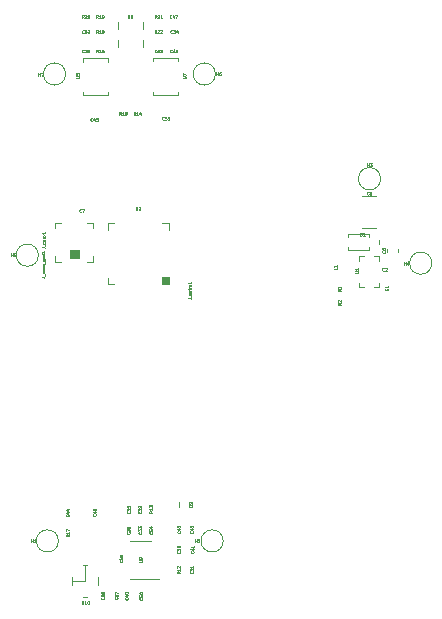
<source format=gbr>
G04 #@! TF.GenerationSoftware,KiCad,Pcbnew,(5.1.4)-1*
G04 #@! TF.CreationDate,2020-08-13T23:55:05-07:00*
G04 #@! TF.ProjectId,Kicad_LFOV_RigidFlex_Assembly,4b696361-645f-44c4-964f-565f52696769,rev?*
G04 #@! TF.SameCoordinates,Original*
G04 #@! TF.FileFunction,Legend,Top*
G04 #@! TF.FilePolarity,Positive*
%FSLAX46Y46*%
G04 Gerber Fmt 4.6, Leading zero omitted, Abs format (unit mm)*
G04 Created by KiCad (PCBNEW (5.1.4)-1) date 2020-08-13 23:55:05*
%MOMM*%
%LPD*%
G04 APERTURE LIST*
%ADD10C,0.050000*%
%ADD11C,0.025000*%
G04 APERTURE END LIST*
D10*
X128362340Y-83161120D02*
G75*
G03X128362340Y-83161120I-937500J0D01*
G01*
X132697353Y-90315740D02*
G75*
G03X132697353Y-90315740I-937500J0D01*
G01*
X101090838Y-113829044D02*
G75*
G03X101090838Y-113829044I-937500J0D01*
G01*
X115039642Y-113832356D02*
G75*
G03X115039642Y-113832356I-937500J0D01*
G01*
X99391100Y-89640100D02*
G75*
G03X99391100Y-89640100I-937500J0D01*
G01*
X114380169Y-74297358D02*
G75*
G03X114380169Y-74297358I-937500J0D01*
G01*
X101693637Y-74302362D02*
G75*
G03X101693637Y-74302362I-937500J0D01*
G01*
D11*
G36*
X110418900Y-92095640D02*
G01*
X109868900Y-92095640D01*
X109868900Y-91513700D01*
X110418900Y-91513700D01*
X110418900Y-92095640D01*
G37*
X110418900Y-92095640D02*
X109868900Y-92095640D01*
X109868900Y-91513700D01*
X110418900Y-91513700D01*
X110418900Y-92095640D01*
G36*
X102847800Y-89886480D02*
G01*
X102062940Y-89889020D01*
X102062940Y-89170200D01*
X102847800Y-89170200D01*
X102847800Y-89886480D01*
G37*
X102847800Y-89886480D02*
X102062940Y-89889020D01*
X102062940Y-89170200D01*
X102847800Y-89170200D01*
X102847800Y-89886480D01*
D10*
X110418900Y-91545640D02*
X110418900Y-92095640D01*
X110418900Y-92095640D02*
X109868900Y-92095640D01*
X110418900Y-87485640D02*
X110418900Y-86935640D01*
X110418900Y-86935640D02*
X109868900Y-86935640D01*
X105258900Y-87485640D02*
X105258900Y-86935640D01*
X105258900Y-86935640D02*
X105808900Y-86935640D01*
X105258900Y-91545640D02*
X105258900Y-92095640D01*
X105258900Y-92095640D02*
X105808900Y-92095640D01*
X107131980Y-117028200D02*
X109581980Y-117028200D01*
X108931980Y-113808200D02*
X107131980Y-113808200D01*
X126962700Y-92372980D02*
X126542700Y-92372980D01*
X126542700Y-92372980D02*
X126542700Y-91952980D01*
X127802700Y-92372980D02*
X128222700Y-92372980D01*
X128222700Y-92372980D02*
X128222700Y-91952980D01*
X127802700Y-89692980D02*
X128222700Y-89692980D01*
X128222700Y-89692980D02*
X128222700Y-90112980D01*
X126962700Y-89692980D02*
X126542700Y-89692980D01*
X126542700Y-89692980D02*
X126542700Y-90112980D01*
X126799860Y-84666480D02*
X127969860Y-84666480D01*
X126799860Y-87366480D02*
X127969860Y-87366480D01*
X128914000Y-89352040D02*
X128914000Y-89102040D01*
X129874000Y-89352040D02*
X129874000Y-89102040D01*
X127422500Y-88961240D02*
X127422500Y-89221240D01*
X125622500Y-88121240D02*
X125622500Y-87861240D01*
X125622500Y-87861240D02*
X127422500Y-87861240D01*
X127422500Y-87861240D02*
X127422500Y-88121240D01*
X127422500Y-89221240D02*
X125622500Y-89221240D01*
X125622500Y-89221240D02*
X125622500Y-88961240D01*
X128232500Y-88381240D02*
X128232500Y-88701240D01*
X111264980Y-110939600D02*
X111264980Y-110549600D01*
X112164980Y-110939600D02*
X112164980Y-110549600D01*
X100795680Y-86875040D02*
X100795680Y-87375040D01*
X100795680Y-86875040D02*
X101295680Y-86875040D01*
X103995680Y-86875040D02*
X103495680Y-86875040D01*
X103995680Y-86875040D02*
X103995680Y-87375040D01*
X103995680Y-90175040D02*
X103995680Y-89675040D01*
X103995680Y-90175040D02*
X103495680Y-90175040D01*
X100795680Y-90175040D02*
X100795680Y-89675040D01*
X100795680Y-90175040D02*
X101295680Y-90175040D01*
X103147780Y-76080980D02*
X103147780Y-75815980D01*
X105247780Y-76080980D02*
X103147780Y-76080980D01*
X105247780Y-75815980D02*
X105247780Y-76080980D01*
X103147780Y-72980980D02*
X103147780Y-73245980D01*
X105247780Y-72980980D02*
X103147780Y-72980980D01*
X105247780Y-73245980D02*
X105247780Y-72980980D01*
X109122780Y-75790980D02*
X109122780Y-76055980D01*
X109122780Y-76055980D02*
X111222780Y-76055980D01*
X111222780Y-76055980D02*
X111222780Y-75790980D01*
X109122780Y-73220980D02*
X109122780Y-72955980D01*
X109122780Y-72955980D02*
X111222780Y-72955980D01*
X111222780Y-72955980D02*
X111222780Y-73220980D01*
X106137780Y-71985980D02*
X106137780Y-71415980D01*
X108257780Y-71985980D02*
X108257780Y-71415980D01*
X108257780Y-69925980D02*
X108257780Y-70495980D01*
X106137780Y-69925980D02*
X106137780Y-70495980D01*
X103203380Y-115891600D02*
X103513380Y-115891600D01*
X103203380Y-118551600D02*
X103513380Y-118551600D01*
X102278380Y-116866600D02*
X102278380Y-117576600D01*
X104438380Y-117576600D02*
X104438380Y-116866600D01*
X103358380Y-115946600D02*
X103358380Y-117221600D01*
X103358380Y-117221600D02*
X102308380Y-117221600D01*
X107635723Y-85556035D02*
X107635723Y-85758416D01*
X107647628Y-85782225D01*
X107659533Y-85794130D01*
X107683342Y-85806035D01*
X107730961Y-85806035D01*
X107754771Y-85794130D01*
X107766676Y-85782225D01*
X107778580Y-85758416D01*
X107778580Y-85556035D01*
X107885723Y-85579844D02*
X107897628Y-85567940D01*
X107921438Y-85556035D01*
X107980961Y-85556035D01*
X108004771Y-85567940D01*
X108016676Y-85579844D01*
X108028580Y-85603654D01*
X108028580Y-85627463D01*
X108016676Y-85663178D01*
X107873819Y-85806035D01*
X108028580Y-85806035D01*
X98791443Y-113951775D02*
X98791443Y-113701775D01*
X98791443Y-113820822D02*
X98934300Y-113820822D01*
X98934300Y-113951775D02*
X98934300Y-113701775D01*
X99184300Y-113951775D02*
X99041443Y-113951775D01*
X99112872Y-113951775D02*
X99112872Y-113701775D01*
X99089062Y-113737489D01*
X99065253Y-113761299D01*
X99041443Y-113773203D01*
X99357863Y-74457315D02*
X99357863Y-74207315D01*
X99357863Y-74326362D02*
X99500720Y-74326362D01*
X99500720Y-74457315D02*
X99500720Y-74207315D01*
X99595959Y-74207315D02*
X99762625Y-74207315D01*
X99655482Y-74457315D01*
X107900155Y-115608676D02*
X108102536Y-115608676D01*
X108126345Y-115596771D01*
X108138250Y-115584866D01*
X108150155Y-115561057D01*
X108150155Y-115513438D01*
X108138250Y-115489628D01*
X108126345Y-115477723D01*
X108102536Y-115465819D01*
X107900155Y-115465819D01*
X108150155Y-115334866D02*
X108150155Y-115287247D01*
X108138250Y-115263438D01*
X108126345Y-115251533D01*
X108090631Y-115227723D01*
X108043012Y-115215819D01*
X107947774Y-115215819D01*
X107923964Y-115227723D01*
X107912060Y-115239628D01*
X107900155Y-115263438D01*
X107900155Y-115311057D01*
X107912060Y-115334866D01*
X107923964Y-115346771D01*
X107947774Y-115358676D01*
X108007298Y-115358676D01*
X108031107Y-115346771D01*
X108043012Y-115334866D01*
X108054917Y-115311057D01*
X108054917Y-115263438D01*
X108043012Y-115239628D01*
X108031107Y-115227723D01*
X108007298Y-115215819D01*
X126205895Y-91118356D02*
X126408276Y-91118356D01*
X126432085Y-91106451D01*
X126443990Y-91094546D01*
X126455895Y-91070737D01*
X126455895Y-91023118D01*
X126443990Y-90999308D01*
X126432085Y-90987403D01*
X126408276Y-90975499D01*
X126205895Y-90975499D01*
X126455895Y-90725499D02*
X126455895Y-90868356D01*
X126455895Y-90796927D02*
X126205895Y-90796927D01*
X126241609Y-90820737D01*
X126265419Y-90844546D01*
X126277323Y-90868356D01*
X128939065Y-92463066D02*
X128950970Y-92474971D01*
X128962875Y-92510685D01*
X128962875Y-92534495D01*
X128950970Y-92570209D01*
X128927160Y-92594019D01*
X128903351Y-92605923D01*
X128855732Y-92617828D01*
X128820018Y-92617828D01*
X128772399Y-92605923D01*
X128748589Y-92594019D01*
X128724780Y-92570209D01*
X128712875Y-92534495D01*
X128712875Y-92510685D01*
X128724780Y-92474971D01*
X128736684Y-92463066D01*
X128962875Y-92224971D02*
X128962875Y-92367828D01*
X128962875Y-92296400D02*
X128712875Y-92296400D01*
X128748589Y-92320209D01*
X128772399Y-92344019D01*
X128784303Y-92367828D01*
X128650633Y-90940965D02*
X128638728Y-90952870D01*
X128603014Y-90964775D01*
X128579204Y-90964775D01*
X128543490Y-90952870D01*
X128519680Y-90929060D01*
X128507776Y-90905251D01*
X128495871Y-90857632D01*
X128495871Y-90821918D01*
X128507776Y-90774299D01*
X128519680Y-90750489D01*
X128543490Y-90726680D01*
X128579204Y-90714775D01*
X128603014Y-90714775D01*
X128638728Y-90726680D01*
X128650633Y-90738584D01*
X128745871Y-90738584D02*
X128757776Y-90726680D01*
X128781585Y-90714775D01*
X128841109Y-90714775D01*
X128864919Y-90726680D01*
X128876823Y-90738584D01*
X128888728Y-90762394D01*
X128888728Y-90786203D01*
X128876823Y-90821918D01*
X128733966Y-90964775D01*
X128888728Y-90964775D01*
X127355233Y-84476665D02*
X127343328Y-84488570D01*
X127307614Y-84500475D01*
X127283804Y-84500475D01*
X127248090Y-84488570D01*
X127224280Y-84464760D01*
X127212376Y-84440951D01*
X127200471Y-84393332D01*
X127200471Y-84357618D01*
X127212376Y-84309999D01*
X127224280Y-84286189D01*
X127248090Y-84262380D01*
X127283804Y-84250475D01*
X127307614Y-84250475D01*
X127343328Y-84262380D01*
X127355233Y-84274284D01*
X127438566Y-84250475D02*
X127593328Y-84250475D01*
X127509995Y-84345713D01*
X127545709Y-84345713D01*
X127569519Y-84357618D01*
X127581423Y-84369522D01*
X127593328Y-84393332D01*
X127593328Y-84452856D01*
X127581423Y-84476665D01*
X127569519Y-84488570D01*
X127545709Y-84500475D01*
X127474280Y-84500475D01*
X127450471Y-84488570D01*
X127438566Y-84476665D01*
X128720625Y-89282986D02*
X128732530Y-89294891D01*
X128744435Y-89330605D01*
X128744435Y-89354415D01*
X128732530Y-89390129D01*
X128708720Y-89413939D01*
X128684911Y-89425843D01*
X128637292Y-89437748D01*
X128601578Y-89437748D01*
X128553959Y-89425843D01*
X128530149Y-89413939D01*
X128506340Y-89390129D01*
X128494435Y-89354415D01*
X128494435Y-89330605D01*
X128506340Y-89294891D01*
X128518244Y-89282986D01*
X128494435Y-89068700D02*
X128494435Y-89116320D01*
X128506340Y-89140129D01*
X128518244Y-89152034D01*
X128553959Y-89175843D01*
X128601578Y-89187748D01*
X128696816Y-89187748D01*
X128720625Y-89175843D01*
X128732530Y-89163939D01*
X128744435Y-89140129D01*
X128744435Y-89092510D01*
X128732530Y-89068700D01*
X128720625Y-89056796D01*
X128696816Y-89044891D01*
X128637292Y-89044891D01*
X128613482Y-89056796D01*
X128601578Y-89068700D01*
X128589673Y-89092510D01*
X128589673Y-89140129D01*
X128601578Y-89163939D01*
X128613482Y-89175843D01*
X128637292Y-89187748D01*
X103006793Y-85962565D02*
X102994888Y-85974470D01*
X102959174Y-85986375D01*
X102935364Y-85986375D01*
X102899650Y-85974470D01*
X102875840Y-85950660D01*
X102863936Y-85926851D01*
X102852031Y-85879232D01*
X102852031Y-85843518D01*
X102863936Y-85795899D01*
X102875840Y-85772089D01*
X102899650Y-85748280D01*
X102935364Y-85736375D01*
X102959174Y-85736375D01*
X102994888Y-85748280D01*
X103006793Y-85760184D01*
X103090126Y-85736375D02*
X103256793Y-85736375D01*
X103149650Y-85986375D01*
X112451925Y-116427634D02*
X112463830Y-116439539D01*
X112475735Y-116475253D01*
X112475735Y-116499062D01*
X112463830Y-116534777D01*
X112440020Y-116558586D01*
X112416211Y-116570491D01*
X112368592Y-116582396D01*
X112332878Y-116582396D01*
X112285259Y-116570491D01*
X112261449Y-116558586D01*
X112237640Y-116534777D01*
X112225735Y-116499062D01*
X112225735Y-116475253D01*
X112237640Y-116439539D01*
X112249544Y-116427634D01*
X112225735Y-116344300D02*
X112225735Y-116189539D01*
X112320973Y-116272872D01*
X112320973Y-116237158D01*
X112332878Y-116213348D01*
X112344782Y-116201443D01*
X112368592Y-116189539D01*
X112428116Y-116189539D01*
X112451925Y-116201443D01*
X112463830Y-116213348D01*
X112475735Y-116237158D01*
X112475735Y-116308586D01*
X112463830Y-116332396D01*
X112451925Y-116344300D01*
X112475735Y-115951443D02*
X112475735Y-116094300D01*
X112475735Y-116022872D02*
X112225735Y-116022872D01*
X112261449Y-116046681D01*
X112285259Y-116070491D01*
X112297163Y-116094300D01*
X108075505Y-111345094D02*
X108087410Y-111356999D01*
X108099315Y-111392713D01*
X108099315Y-111416522D01*
X108087410Y-111452237D01*
X108063600Y-111476046D01*
X108039791Y-111487951D01*
X107992172Y-111499856D01*
X107956458Y-111499856D01*
X107908839Y-111487951D01*
X107885029Y-111476046D01*
X107861220Y-111452237D01*
X107849315Y-111416522D01*
X107849315Y-111392713D01*
X107861220Y-111356999D01*
X107873124Y-111345094D01*
X107849315Y-111261760D02*
X107849315Y-111106999D01*
X107944553Y-111190332D01*
X107944553Y-111154618D01*
X107956458Y-111130808D01*
X107968362Y-111118903D01*
X107992172Y-111106999D01*
X108051696Y-111106999D01*
X108075505Y-111118903D01*
X108087410Y-111130808D01*
X108099315Y-111154618D01*
X108099315Y-111226046D01*
X108087410Y-111249856D01*
X108075505Y-111261760D01*
X107873124Y-111011760D02*
X107861220Y-110999856D01*
X107849315Y-110976046D01*
X107849315Y-110916522D01*
X107861220Y-110892713D01*
X107873124Y-110880808D01*
X107896934Y-110868903D01*
X107920743Y-110868903D01*
X107956458Y-110880808D01*
X108099315Y-111023665D01*
X108099315Y-110868903D01*
X108083125Y-113069754D02*
X108095030Y-113081659D01*
X108106935Y-113117373D01*
X108106935Y-113141182D01*
X108095030Y-113176897D01*
X108071220Y-113200706D01*
X108047411Y-113212611D01*
X107999792Y-113224516D01*
X107964078Y-113224516D01*
X107916459Y-113212611D01*
X107892649Y-113200706D01*
X107868840Y-113176897D01*
X107856935Y-113141182D01*
X107856935Y-113117373D01*
X107868840Y-113081659D01*
X107880744Y-113069754D01*
X107856935Y-112986420D02*
X107856935Y-112831659D01*
X107952173Y-112914992D01*
X107952173Y-112879278D01*
X107964078Y-112855468D01*
X107975982Y-112843563D01*
X107999792Y-112831659D01*
X108059316Y-112831659D01*
X108083125Y-112843563D01*
X108095030Y-112855468D01*
X108106935Y-112879278D01*
X108106935Y-112950706D01*
X108095030Y-112974516D01*
X108083125Y-112986420D01*
X107856935Y-112748325D02*
X107856935Y-112593563D01*
X107952173Y-112676897D01*
X107952173Y-112641182D01*
X107964078Y-112617373D01*
X107975982Y-112605468D01*
X107999792Y-112593563D01*
X108059316Y-112593563D01*
X108083125Y-112605468D01*
X108095030Y-112617373D01*
X108106935Y-112641182D01*
X108106935Y-112712611D01*
X108095030Y-112736420D01*
X108083125Y-112748325D01*
X110718565Y-70806385D02*
X110706660Y-70818290D01*
X110670946Y-70830195D01*
X110647137Y-70830195D01*
X110611422Y-70818290D01*
X110587613Y-70794480D01*
X110575708Y-70770671D01*
X110563803Y-70723052D01*
X110563803Y-70687338D01*
X110575708Y-70639719D01*
X110587613Y-70615909D01*
X110611422Y-70592100D01*
X110647137Y-70580195D01*
X110670946Y-70580195D01*
X110706660Y-70592100D01*
X110718565Y-70604004D01*
X110801899Y-70580195D02*
X110956660Y-70580195D01*
X110873327Y-70675433D01*
X110909041Y-70675433D01*
X110932851Y-70687338D01*
X110944756Y-70699242D01*
X110956660Y-70723052D01*
X110956660Y-70782576D01*
X110944756Y-70806385D01*
X110932851Y-70818290D01*
X110909041Y-70830195D01*
X110837613Y-70830195D01*
X110813803Y-70818290D01*
X110801899Y-70806385D01*
X111170946Y-70663528D02*
X111170946Y-70830195D01*
X111111422Y-70568290D02*
X111051899Y-70746861D01*
X111206660Y-70746861D01*
X107107765Y-111342554D02*
X107119670Y-111354459D01*
X107131575Y-111390173D01*
X107131575Y-111413982D01*
X107119670Y-111449697D01*
X107095860Y-111473506D01*
X107072051Y-111485411D01*
X107024432Y-111497316D01*
X106988718Y-111497316D01*
X106941099Y-111485411D01*
X106917289Y-111473506D01*
X106893480Y-111449697D01*
X106881575Y-111413982D01*
X106881575Y-111390173D01*
X106893480Y-111354459D01*
X106905384Y-111342554D01*
X106881575Y-111259220D02*
X106881575Y-111104459D01*
X106976813Y-111187792D01*
X106976813Y-111152078D01*
X106988718Y-111128268D01*
X107000622Y-111116363D01*
X107024432Y-111104459D01*
X107083956Y-111104459D01*
X107107765Y-111116363D01*
X107119670Y-111128268D01*
X107131575Y-111152078D01*
X107131575Y-111223506D01*
X107119670Y-111247316D01*
X107107765Y-111259220D01*
X106881575Y-110878268D02*
X106881575Y-110997316D01*
X107000622Y-111009220D01*
X106988718Y-110997316D01*
X106976813Y-110973506D01*
X106976813Y-110913982D01*
X106988718Y-110890173D01*
X107000622Y-110878268D01*
X107024432Y-110866363D01*
X107083956Y-110866363D01*
X107107765Y-110878268D01*
X107119670Y-110890173D01*
X107131575Y-110913982D01*
X107131575Y-110973506D01*
X107119670Y-110997316D01*
X107107765Y-111009220D01*
X107095065Y-113090074D02*
X107106970Y-113101979D01*
X107118875Y-113137693D01*
X107118875Y-113161502D01*
X107106970Y-113197217D01*
X107083160Y-113221026D01*
X107059351Y-113232931D01*
X107011732Y-113244836D01*
X106976018Y-113244836D01*
X106928399Y-113232931D01*
X106904589Y-113221026D01*
X106880780Y-113197217D01*
X106868875Y-113161502D01*
X106868875Y-113137693D01*
X106880780Y-113101979D01*
X106892684Y-113090074D01*
X106868875Y-113006740D02*
X106868875Y-112851979D01*
X106964113Y-112935312D01*
X106964113Y-112899598D01*
X106976018Y-112875788D01*
X106987922Y-112863883D01*
X107011732Y-112851979D01*
X107071256Y-112851979D01*
X107095065Y-112863883D01*
X107106970Y-112875788D01*
X107118875Y-112899598D01*
X107118875Y-112971026D01*
X107106970Y-112994836D01*
X107095065Y-113006740D01*
X106868875Y-112637693D02*
X106868875Y-112685312D01*
X106880780Y-112709121D01*
X106892684Y-112721026D01*
X106928399Y-112744836D01*
X106976018Y-112756740D01*
X107071256Y-112756740D01*
X107095065Y-112744836D01*
X107106970Y-112732931D01*
X107118875Y-112709121D01*
X107118875Y-112661502D01*
X107106970Y-112637693D01*
X107095065Y-112625788D01*
X107071256Y-112613883D01*
X107011732Y-112613883D01*
X106987922Y-112625788D01*
X106976018Y-112637693D01*
X106964113Y-112661502D01*
X106964113Y-112709121D01*
X106976018Y-112732931D01*
X106987922Y-112744836D01*
X107011732Y-112756740D01*
X106066365Y-118624734D02*
X106078270Y-118636639D01*
X106090175Y-118672353D01*
X106090175Y-118696162D01*
X106078270Y-118731877D01*
X106054460Y-118755686D01*
X106030651Y-118767591D01*
X105983032Y-118779496D01*
X105947318Y-118779496D01*
X105899699Y-118767591D01*
X105875889Y-118755686D01*
X105852080Y-118731877D01*
X105840175Y-118696162D01*
X105840175Y-118672353D01*
X105852080Y-118636639D01*
X105863984Y-118624734D01*
X105840175Y-118541400D02*
X105840175Y-118386639D01*
X105935413Y-118469972D01*
X105935413Y-118434258D01*
X105947318Y-118410448D01*
X105959222Y-118398543D01*
X105983032Y-118386639D01*
X106042556Y-118386639D01*
X106066365Y-118398543D01*
X106078270Y-118410448D01*
X106090175Y-118434258D01*
X106090175Y-118505686D01*
X106078270Y-118529496D01*
X106066365Y-118541400D01*
X105840175Y-118303305D02*
X105840175Y-118136639D01*
X106090175Y-118243781D01*
X111349565Y-114713134D02*
X111361470Y-114725039D01*
X111373375Y-114760753D01*
X111373375Y-114784562D01*
X111361470Y-114820277D01*
X111337660Y-114844086D01*
X111313851Y-114855991D01*
X111266232Y-114867896D01*
X111230518Y-114867896D01*
X111182899Y-114855991D01*
X111159089Y-114844086D01*
X111135280Y-114820277D01*
X111123375Y-114784562D01*
X111123375Y-114760753D01*
X111135280Y-114725039D01*
X111147184Y-114713134D01*
X111123375Y-114629800D02*
X111123375Y-114475039D01*
X111218613Y-114558372D01*
X111218613Y-114522658D01*
X111230518Y-114498848D01*
X111242422Y-114486943D01*
X111266232Y-114475039D01*
X111325756Y-114475039D01*
X111349565Y-114486943D01*
X111361470Y-114498848D01*
X111373375Y-114522658D01*
X111373375Y-114594086D01*
X111361470Y-114617896D01*
X111349565Y-114629800D01*
X111230518Y-114332181D02*
X111218613Y-114355991D01*
X111206708Y-114367896D01*
X111182899Y-114379800D01*
X111170994Y-114379800D01*
X111147184Y-114367896D01*
X111135280Y-114355991D01*
X111123375Y-114332181D01*
X111123375Y-114284562D01*
X111135280Y-114260753D01*
X111147184Y-114248848D01*
X111170994Y-114236943D01*
X111182899Y-114236943D01*
X111206708Y-114248848D01*
X111218613Y-114260753D01*
X111230518Y-114284562D01*
X111230518Y-114332181D01*
X111242422Y-114355991D01*
X111254327Y-114367896D01*
X111278137Y-114379800D01*
X111325756Y-114379800D01*
X111349565Y-114367896D01*
X111361470Y-114355991D01*
X111373375Y-114332181D01*
X111373375Y-114284562D01*
X111361470Y-114260753D01*
X111349565Y-114248848D01*
X111325756Y-114236943D01*
X111278137Y-114236943D01*
X111254327Y-114248848D01*
X111242422Y-114260753D01*
X111230518Y-114284562D01*
X103235725Y-72452305D02*
X103223820Y-72464210D01*
X103188106Y-72476115D01*
X103164297Y-72476115D01*
X103128582Y-72464210D01*
X103104773Y-72440400D01*
X103092868Y-72416591D01*
X103080963Y-72368972D01*
X103080963Y-72333258D01*
X103092868Y-72285639D01*
X103104773Y-72261829D01*
X103128582Y-72238020D01*
X103164297Y-72226115D01*
X103188106Y-72226115D01*
X103223820Y-72238020D01*
X103235725Y-72249924D01*
X103319059Y-72226115D02*
X103473820Y-72226115D01*
X103390487Y-72321353D01*
X103426201Y-72321353D01*
X103450011Y-72333258D01*
X103461916Y-72345162D01*
X103473820Y-72368972D01*
X103473820Y-72428496D01*
X103461916Y-72452305D01*
X103450011Y-72464210D01*
X103426201Y-72476115D01*
X103354773Y-72476115D01*
X103330963Y-72464210D01*
X103319059Y-72452305D01*
X103592868Y-72476115D02*
X103640487Y-72476115D01*
X103664297Y-72464210D01*
X103676201Y-72452305D01*
X103700011Y-72416591D01*
X103711916Y-72368972D01*
X103711916Y-72273734D01*
X103700011Y-72249924D01*
X103688106Y-72238020D01*
X103664297Y-72226115D01*
X103616678Y-72226115D01*
X103592868Y-72238020D01*
X103580963Y-72249924D01*
X103569059Y-72273734D01*
X103569059Y-72333258D01*
X103580963Y-72357067D01*
X103592868Y-72368972D01*
X103616678Y-72380877D01*
X103664297Y-72380877D01*
X103688106Y-72368972D01*
X103700011Y-72357067D01*
X103711916Y-72333258D01*
X106945205Y-118634894D02*
X106957110Y-118646799D01*
X106969015Y-118682513D01*
X106969015Y-118706322D01*
X106957110Y-118742037D01*
X106933300Y-118765846D01*
X106909491Y-118777751D01*
X106861872Y-118789656D01*
X106826158Y-118789656D01*
X106778539Y-118777751D01*
X106754729Y-118765846D01*
X106730920Y-118742037D01*
X106719015Y-118706322D01*
X106719015Y-118682513D01*
X106730920Y-118646799D01*
X106742824Y-118634894D01*
X106802348Y-118420608D02*
X106969015Y-118420608D01*
X106707110Y-118480132D02*
X106885681Y-118539656D01*
X106885681Y-118384894D01*
X106719015Y-118242037D02*
X106719015Y-118218227D01*
X106730920Y-118194418D01*
X106742824Y-118182513D01*
X106766634Y-118170608D01*
X106814253Y-118158703D01*
X106873777Y-118158703D01*
X106921396Y-118170608D01*
X106945205Y-118182513D01*
X106957110Y-118194418D01*
X106969015Y-118218227D01*
X106969015Y-118242037D01*
X106957110Y-118265846D01*
X106945205Y-118277751D01*
X106921396Y-118289656D01*
X106873777Y-118301560D01*
X106814253Y-118301560D01*
X106766634Y-118289656D01*
X106742824Y-118277751D01*
X106730920Y-118265846D01*
X106719015Y-118242037D01*
X112505265Y-114708054D02*
X112517170Y-114719959D01*
X112529075Y-114755673D01*
X112529075Y-114779482D01*
X112517170Y-114815197D01*
X112493360Y-114839006D01*
X112469551Y-114850911D01*
X112421932Y-114862816D01*
X112386218Y-114862816D01*
X112338599Y-114850911D01*
X112314789Y-114839006D01*
X112290980Y-114815197D01*
X112279075Y-114779482D01*
X112279075Y-114755673D01*
X112290980Y-114719959D01*
X112302884Y-114708054D01*
X112362408Y-114493768D02*
X112529075Y-114493768D01*
X112267170Y-114553292D02*
X112445741Y-114612816D01*
X112445741Y-114458054D01*
X112529075Y-114231863D02*
X112529075Y-114374720D01*
X112529075Y-114303292D02*
X112279075Y-114303292D01*
X112314789Y-114327101D01*
X112338599Y-114350911D01*
X112350503Y-114374720D01*
X111390205Y-113011334D02*
X111402110Y-113023239D01*
X111414015Y-113058953D01*
X111414015Y-113082762D01*
X111402110Y-113118477D01*
X111378300Y-113142286D01*
X111354491Y-113154191D01*
X111306872Y-113166096D01*
X111271158Y-113166096D01*
X111223539Y-113154191D01*
X111199729Y-113142286D01*
X111175920Y-113118477D01*
X111164015Y-113082762D01*
X111164015Y-113058953D01*
X111175920Y-113023239D01*
X111187824Y-113011334D01*
X111247348Y-112797048D02*
X111414015Y-112797048D01*
X111152110Y-112856572D02*
X111330681Y-112916096D01*
X111330681Y-112761334D01*
X111187824Y-112678000D02*
X111175920Y-112666096D01*
X111164015Y-112642286D01*
X111164015Y-112582762D01*
X111175920Y-112558953D01*
X111187824Y-112547048D01*
X111211634Y-112535143D01*
X111235443Y-112535143D01*
X111271158Y-112547048D01*
X111414015Y-112689905D01*
X111414015Y-112535143D01*
X112464625Y-113013514D02*
X112476530Y-113025419D01*
X112488435Y-113061133D01*
X112488435Y-113084942D01*
X112476530Y-113120657D01*
X112452720Y-113144466D01*
X112428911Y-113156371D01*
X112381292Y-113168276D01*
X112345578Y-113168276D01*
X112297959Y-113156371D01*
X112274149Y-113144466D01*
X112250340Y-113120657D01*
X112238435Y-113084942D01*
X112238435Y-113061133D01*
X112250340Y-113025419D01*
X112262244Y-113013514D01*
X112321768Y-112799228D02*
X112488435Y-112799228D01*
X112226530Y-112858752D02*
X112405101Y-112918276D01*
X112405101Y-112763514D01*
X112238435Y-112692085D02*
X112238435Y-112537323D01*
X112333673Y-112620657D01*
X112333673Y-112584942D01*
X112345578Y-112561133D01*
X112357482Y-112549228D01*
X112381292Y-112537323D01*
X112440816Y-112537323D01*
X112464625Y-112549228D01*
X112476530Y-112561133D01*
X112488435Y-112584942D01*
X112488435Y-112656371D01*
X112476530Y-112680180D01*
X112464625Y-112692085D01*
X101938865Y-111606714D02*
X101950770Y-111618619D01*
X101962675Y-111654333D01*
X101962675Y-111678142D01*
X101950770Y-111713857D01*
X101926960Y-111737666D01*
X101903151Y-111749571D01*
X101855532Y-111761476D01*
X101819818Y-111761476D01*
X101772199Y-111749571D01*
X101748389Y-111737666D01*
X101724580Y-111713857D01*
X101712675Y-111678142D01*
X101712675Y-111654333D01*
X101724580Y-111618619D01*
X101736484Y-111606714D01*
X101796008Y-111392428D02*
X101962675Y-111392428D01*
X101700770Y-111451952D02*
X101879341Y-111511476D01*
X101879341Y-111356714D01*
X101796008Y-111154333D02*
X101962675Y-111154333D01*
X101700770Y-111213857D02*
X101879341Y-111273380D01*
X101879341Y-111118619D01*
X103954545Y-78251125D02*
X103942640Y-78263030D01*
X103906926Y-78274935D01*
X103883117Y-78274935D01*
X103847402Y-78263030D01*
X103823593Y-78239220D01*
X103811688Y-78215411D01*
X103799783Y-78167792D01*
X103799783Y-78132078D01*
X103811688Y-78084459D01*
X103823593Y-78060649D01*
X103847402Y-78036840D01*
X103883117Y-78024935D01*
X103906926Y-78024935D01*
X103942640Y-78036840D01*
X103954545Y-78048744D01*
X104168831Y-78108268D02*
X104168831Y-78274935D01*
X104109307Y-78013030D02*
X104049783Y-78191601D01*
X104204545Y-78191601D01*
X104418831Y-78024935D02*
X104299783Y-78024935D01*
X104287879Y-78143982D01*
X104299783Y-78132078D01*
X104323593Y-78120173D01*
X104383117Y-78120173D01*
X104406926Y-78132078D01*
X104418831Y-78143982D01*
X104430736Y-78167792D01*
X104430736Y-78227316D01*
X104418831Y-78251125D01*
X104406926Y-78263030D01*
X104383117Y-78274935D01*
X104323593Y-78274935D01*
X104299783Y-78263030D01*
X104287879Y-78251125D01*
X104235025Y-111560994D02*
X104246930Y-111572899D01*
X104258835Y-111608613D01*
X104258835Y-111632422D01*
X104246930Y-111668137D01*
X104223120Y-111691946D01*
X104199311Y-111703851D01*
X104151692Y-111715756D01*
X104115978Y-111715756D01*
X104068359Y-111703851D01*
X104044549Y-111691946D01*
X104020740Y-111668137D01*
X104008835Y-111632422D01*
X104008835Y-111608613D01*
X104020740Y-111572899D01*
X104032644Y-111560994D01*
X104092168Y-111346708D02*
X104258835Y-111346708D01*
X103996930Y-111406232D02*
X104175501Y-111465756D01*
X104175501Y-111310994D01*
X104008835Y-111108613D02*
X104008835Y-111156232D01*
X104020740Y-111180041D01*
X104032644Y-111191946D01*
X104068359Y-111215756D01*
X104115978Y-111227660D01*
X104211216Y-111227660D01*
X104235025Y-111215756D01*
X104246930Y-111203851D01*
X104258835Y-111180041D01*
X104258835Y-111132422D01*
X104246930Y-111108613D01*
X104235025Y-111096708D01*
X104211216Y-111084803D01*
X104151692Y-111084803D01*
X104127882Y-111096708D01*
X104115978Y-111108613D01*
X104104073Y-111132422D01*
X104104073Y-111180041D01*
X104115978Y-111203851D01*
X104127882Y-111215756D01*
X104151692Y-111227660D01*
X110657605Y-69526225D02*
X110645700Y-69538130D01*
X110609986Y-69550035D01*
X110586177Y-69550035D01*
X110550462Y-69538130D01*
X110526653Y-69514320D01*
X110514748Y-69490511D01*
X110502843Y-69442892D01*
X110502843Y-69407178D01*
X110514748Y-69359559D01*
X110526653Y-69335749D01*
X110550462Y-69311940D01*
X110586177Y-69300035D01*
X110609986Y-69300035D01*
X110645700Y-69311940D01*
X110657605Y-69323844D01*
X110871891Y-69383368D02*
X110871891Y-69550035D01*
X110812367Y-69288130D02*
X110752843Y-69466701D01*
X110907605Y-69466701D01*
X110979034Y-69300035D02*
X111145700Y-69300035D01*
X111038558Y-69550035D01*
X110677925Y-72452305D02*
X110666020Y-72464210D01*
X110630306Y-72476115D01*
X110606497Y-72476115D01*
X110570782Y-72464210D01*
X110546973Y-72440400D01*
X110535068Y-72416591D01*
X110523163Y-72368972D01*
X110523163Y-72333258D01*
X110535068Y-72285639D01*
X110546973Y-72261829D01*
X110570782Y-72238020D01*
X110606497Y-72226115D01*
X110630306Y-72226115D01*
X110666020Y-72238020D01*
X110677925Y-72249924D01*
X110892211Y-72309448D02*
X110892211Y-72476115D01*
X110832687Y-72214210D02*
X110773163Y-72392781D01*
X110927925Y-72392781D01*
X111058878Y-72333258D02*
X111035068Y-72321353D01*
X111023163Y-72309448D01*
X111011259Y-72285639D01*
X111011259Y-72273734D01*
X111023163Y-72249924D01*
X111035068Y-72238020D01*
X111058878Y-72226115D01*
X111106497Y-72226115D01*
X111130306Y-72238020D01*
X111142211Y-72249924D01*
X111154116Y-72273734D01*
X111154116Y-72285639D01*
X111142211Y-72309448D01*
X111130306Y-72321353D01*
X111106497Y-72333258D01*
X111058878Y-72333258D01*
X111035068Y-72345162D01*
X111023163Y-72357067D01*
X111011259Y-72380877D01*
X111011259Y-72428496D01*
X111023163Y-72452305D01*
X111035068Y-72464210D01*
X111058878Y-72476115D01*
X111106497Y-72476115D01*
X111130306Y-72464210D01*
X111142211Y-72452305D01*
X111154116Y-72428496D01*
X111154116Y-72380877D01*
X111142211Y-72357067D01*
X111130306Y-72345162D01*
X111106497Y-72333258D01*
X106488005Y-115482754D02*
X106499910Y-115494659D01*
X106511815Y-115530373D01*
X106511815Y-115554182D01*
X106499910Y-115589897D01*
X106476100Y-115613706D01*
X106452291Y-115625611D01*
X106404672Y-115637516D01*
X106368958Y-115637516D01*
X106321339Y-115625611D01*
X106297529Y-115613706D01*
X106273720Y-115589897D01*
X106261815Y-115554182D01*
X106261815Y-115530373D01*
X106273720Y-115494659D01*
X106285624Y-115482754D01*
X106345148Y-115268468D02*
X106511815Y-115268468D01*
X106249910Y-115327992D02*
X106428481Y-115387516D01*
X106428481Y-115232754D01*
X106511815Y-115125611D02*
X106511815Y-115077992D01*
X106499910Y-115054182D01*
X106488005Y-115042278D01*
X106452291Y-115018468D01*
X106404672Y-115006563D01*
X106309434Y-115006563D01*
X106285624Y-115018468D01*
X106273720Y-115030373D01*
X106261815Y-115054182D01*
X106261815Y-115101801D01*
X106273720Y-115125611D01*
X106285624Y-115137516D01*
X106309434Y-115149420D01*
X106368958Y-115149420D01*
X106392767Y-115137516D01*
X106404672Y-115125611D01*
X106416577Y-115101801D01*
X106416577Y-115054182D01*
X106404672Y-115030373D01*
X106392767Y-115018468D01*
X106368958Y-115006563D01*
X108174565Y-118655214D02*
X108186470Y-118667119D01*
X108198375Y-118702833D01*
X108198375Y-118726642D01*
X108186470Y-118762357D01*
X108162660Y-118786166D01*
X108138851Y-118798071D01*
X108091232Y-118809976D01*
X108055518Y-118809976D01*
X108007899Y-118798071D01*
X107984089Y-118786166D01*
X107960280Y-118762357D01*
X107948375Y-118726642D01*
X107948375Y-118702833D01*
X107960280Y-118667119D01*
X107972184Y-118655214D01*
X107948375Y-118429023D02*
X107948375Y-118548071D01*
X108067422Y-118559976D01*
X108055518Y-118548071D01*
X108043613Y-118524261D01*
X108043613Y-118464738D01*
X108055518Y-118440928D01*
X108067422Y-118429023D01*
X108091232Y-118417119D01*
X108150756Y-118417119D01*
X108174565Y-118429023D01*
X108186470Y-118440928D01*
X108198375Y-118464738D01*
X108198375Y-118524261D01*
X108186470Y-118548071D01*
X108174565Y-118559976D01*
X107948375Y-118262357D02*
X107948375Y-118238547D01*
X107960280Y-118214738D01*
X107972184Y-118202833D01*
X107995994Y-118190928D01*
X108043613Y-118179023D01*
X108103137Y-118179023D01*
X108150756Y-118190928D01*
X108174565Y-118202833D01*
X108186470Y-118214738D01*
X108198375Y-118238547D01*
X108198375Y-118262357D01*
X108186470Y-118286166D01*
X108174565Y-118298071D01*
X108150756Y-118309976D01*
X108103137Y-118321880D01*
X108043613Y-118321880D01*
X107995994Y-118309976D01*
X107972184Y-118298071D01*
X107960280Y-118286166D01*
X107948375Y-118262357D01*
X110009905Y-78149525D02*
X109998000Y-78161430D01*
X109962286Y-78173335D01*
X109938477Y-78173335D01*
X109902762Y-78161430D01*
X109878953Y-78137620D01*
X109867048Y-78113811D01*
X109855143Y-78066192D01*
X109855143Y-78030478D01*
X109867048Y-77982859D01*
X109878953Y-77959049D01*
X109902762Y-77935240D01*
X109938477Y-77923335D01*
X109962286Y-77923335D01*
X109998000Y-77935240D01*
X110009905Y-77947144D01*
X110236096Y-77923335D02*
X110117048Y-77923335D01*
X110105143Y-78042382D01*
X110117048Y-78030478D01*
X110140858Y-78018573D01*
X110200381Y-78018573D01*
X110224191Y-78030478D01*
X110236096Y-78042382D01*
X110248000Y-78066192D01*
X110248000Y-78125716D01*
X110236096Y-78149525D01*
X110224191Y-78161430D01*
X110200381Y-78173335D01*
X110140858Y-78173335D01*
X110117048Y-78161430D01*
X110105143Y-78149525D01*
X110486096Y-78173335D02*
X110343239Y-78173335D01*
X110414667Y-78173335D02*
X110414667Y-77923335D01*
X110390858Y-77959049D01*
X110367048Y-77982859D01*
X110343239Y-77994763D01*
X103235725Y-70806385D02*
X103223820Y-70818290D01*
X103188106Y-70830195D01*
X103164297Y-70830195D01*
X103128582Y-70818290D01*
X103104773Y-70794480D01*
X103092868Y-70770671D01*
X103080963Y-70723052D01*
X103080963Y-70687338D01*
X103092868Y-70639719D01*
X103104773Y-70615909D01*
X103128582Y-70592100D01*
X103164297Y-70580195D01*
X103188106Y-70580195D01*
X103223820Y-70592100D01*
X103235725Y-70604004D01*
X103461916Y-70580195D02*
X103342868Y-70580195D01*
X103330963Y-70699242D01*
X103342868Y-70687338D01*
X103366678Y-70675433D01*
X103426201Y-70675433D01*
X103450011Y-70687338D01*
X103461916Y-70699242D01*
X103473820Y-70723052D01*
X103473820Y-70782576D01*
X103461916Y-70806385D01*
X103450011Y-70818290D01*
X103426201Y-70830195D01*
X103366678Y-70830195D01*
X103342868Y-70818290D01*
X103330963Y-70806385D01*
X103569059Y-70604004D02*
X103580963Y-70592100D01*
X103604773Y-70580195D01*
X103664297Y-70580195D01*
X103688106Y-70592100D01*
X103700011Y-70604004D01*
X103711916Y-70627814D01*
X103711916Y-70651623D01*
X103700011Y-70687338D01*
X103557154Y-70830195D01*
X103711916Y-70830195D01*
X109017845Y-113067214D02*
X109029750Y-113079119D01*
X109041655Y-113114833D01*
X109041655Y-113138642D01*
X109029750Y-113174357D01*
X109005940Y-113198166D01*
X108982131Y-113210071D01*
X108934512Y-113221976D01*
X108898798Y-113221976D01*
X108851179Y-113210071D01*
X108827369Y-113198166D01*
X108803560Y-113174357D01*
X108791655Y-113138642D01*
X108791655Y-113114833D01*
X108803560Y-113079119D01*
X108815464Y-113067214D01*
X108791655Y-112841023D02*
X108791655Y-112960071D01*
X108910702Y-112971976D01*
X108898798Y-112960071D01*
X108886893Y-112936261D01*
X108886893Y-112876738D01*
X108898798Y-112852928D01*
X108910702Y-112841023D01*
X108934512Y-112829119D01*
X108994036Y-112829119D01*
X109017845Y-112841023D01*
X109029750Y-112852928D01*
X109041655Y-112876738D01*
X109041655Y-112936261D01*
X109029750Y-112960071D01*
X109017845Y-112971976D01*
X108874988Y-112614833D02*
X109041655Y-112614833D01*
X108779750Y-112674357D02*
X108958321Y-112733880D01*
X108958321Y-112579119D01*
X104941145Y-118617114D02*
X104953050Y-118629019D01*
X104964955Y-118664733D01*
X104964955Y-118688542D01*
X104953050Y-118724257D01*
X104929240Y-118748066D01*
X104905431Y-118759971D01*
X104857812Y-118771876D01*
X104822098Y-118771876D01*
X104774479Y-118759971D01*
X104750669Y-118748066D01*
X104726860Y-118724257D01*
X104714955Y-118688542D01*
X104714955Y-118664733D01*
X104726860Y-118629019D01*
X104738764Y-118617114D01*
X104714955Y-118390923D02*
X104714955Y-118509971D01*
X104834002Y-118521876D01*
X104822098Y-118509971D01*
X104810193Y-118486161D01*
X104810193Y-118426638D01*
X104822098Y-118402828D01*
X104834002Y-118390923D01*
X104857812Y-118379019D01*
X104917336Y-118379019D01*
X104941145Y-118390923D01*
X104953050Y-118402828D01*
X104964955Y-118426638D01*
X104964955Y-118486161D01*
X104953050Y-118509971D01*
X104941145Y-118521876D01*
X104714955Y-118152828D02*
X104714955Y-118271876D01*
X104834002Y-118283780D01*
X104822098Y-118271876D01*
X104810193Y-118248066D01*
X104810193Y-118188542D01*
X104822098Y-118164733D01*
X104834002Y-118152828D01*
X104857812Y-118140923D01*
X104917336Y-118140923D01*
X104941145Y-118152828D01*
X104953050Y-118164733D01*
X104964955Y-118188542D01*
X104964955Y-118248066D01*
X104953050Y-118271876D01*
X104941145Y-118283780D01*
X126651036Y-87982815D02*
X126651036Y-87732815D01*
X126710560Y-87732815D01*
X126746274Y-87744720D01*
X126770083Y-87768529D01*
X126781988Y-87792339D01*
X126793893Y-87839958D01*
X126793893Y-87875672D01*
X126781988Y-87923291D01*
X126770083Y-87947100D01*
X126746274Y-87970910D01*
X126710560Y-87982815D01*
X126651036Y-87982815D01*
X127031988Y-87982815D02*
X126889131Y-87982815D01*
X126960560Y-87982815D02*
X126960560Y-87732815D01*
X126936750Y-87768529D01*
X126912940Y-87792339D01*
X126889131Y-87804243D01*
X112422395Y-110916783D02*
X112172395Y-110916783D01*
X112172395Y-110857260D01*
X112184300Y-110821545D01*
X112208109Y-110797736D01*
X112231919Y-110785831D01*
X112279538Y-110773926D01*
X112315252Y-110773926D01*
X112362871Y-110785831D01*
X112386680Y-110797736D01*
X112410490Y-110821545D01*
X112422395Y-110857260D01*
X112422395Y-110916783D01*
X112196204Y-110678688D02*
X112184300Y-110666783D01*
X112172395Y-110642974D01*
X112172395Y-110583450D01*
X112184300Y-110559640D01*
X112196204Y-110547736D01*
X112220014Y-110535831D01*
X112243823Y-110535831D01*
X112279538Y-110547736D01*
X112422395Y-110690593D01*
X112422395Y-110535831D01*
X99685755Y-88957795D02*
X99864326Y-88957795D01*
X99900040Y-88969700D01*
X99923850Y-88993509D01*
X99935755Y-89029223D01*
X99935755Y-89053033D01*
X99959564Y-88898271D02*
X99959564Y-88707795D01*
X99923850Y-88541128D02*
X99935755Y-88564938D01*
X99935755Y-88612557D01*
X99923850Y-88636366D01*
X99911945Y-88648271D01*
X99888136Y-88660176D01*
X99816707Y-88660176D01*
X99792898Y-88648271D01*
X99780993Y-88636366D01*
X99769088Y-88612557D01*
X99769088Y-88564938D01*
X99780993Y-88541128D01*
X99935755Y-88398271D02*
X99923850Y-88422080D01*
X99911945Y-88433985D01*
X99888136Y-88445890D01*
X99816707Y-88445890D01*
X99792898Y-88433985D01*
X99780993Y-88422080D01*
X99769088Y-88398271D01*
X99769088Y-88362557D01*
X99780993Y-88338747D01*
X99792898Y-88326842D01*
X99816707Y-88314938D01*
X99888136Y-88314938D01*
X99911945Y-88326842D01*
X99923850Y-88338747D01*
X99935755Y-88362557D01*
X99935755Y-88398271D01*
X99935755Y-88100652D02*
X99804802Y-88100652D01*
X99780993Y-88112557D01*
X99769088Y-88136366D01*
X99769088Y-88183985D01*
X99780993Y-88207795D01*
X99923850Y-88100652D02*
X99935755Y-88124461D01*
X99935755Y-88183985D01*
X99923850Y-88207795D01*
X99900040Y-88219700D01*
X99876231Y-88219700D01*
X99852421Y-88207795D01*
X99840517Y-88183985D01*
X99840517Y-88124461D01*
X99828612Y-88100652D01*
X99935755Y-88005414D02*
X99769088Y-87874461D01*
X99769088Y-88005414D02*
X99935755Y-87874461D01*
X99935755Y-87648271D02*
X99935755Y-87791128D01*
X99935755Y-87719700D02*
X99685755Y-87719700D01*
X99721469Y-87743509D01*
X99745279Y-87767319D01*
X99757183Y-87791128D01*
X99657815Y-91475119D02*
X99836386Y-91475119D01*
X99872100Y-91487023D01*
X99895910Y-91510833D01*
X99907815Y-91546547D01*
X99907815Y-91570357D01*
X99931624Y-91415595D02*
X99931624Y-91225119D01*
X99895910Y-91058452D02*
X99907815Y-91082261D01*
X99907815Y-91129880D01*
X99895910Y-91153690D01*
X99884005Y-91165595D01*
X99860196Y-91177500D01*
X99788767Y-91177500D01*
X99764958Y-91165595D01*
X99753053Y-91153690D01*
X99741148Y-91129880D01*
X99741148Y-91082261D01*
X99753053Y-91058452D01*
X99907815Y-90915595D02*
X99895910Y-90939404D01*
X99884005Y-90951309D01*
X99860196Y-90963214D01*
X99788767Y-90963214D01*
X99764958Y-90951309D01*
X99753053Y-90939404D01*
X99741148Y-90915595D01*
X99741148Y-90879880D01*
X99753053Y-90856071D01*
X99764958Y-90844166D01*
X99788767Y-90832261D01*
X99860196Y-90832261D01*
X99884005Y-90844166D01*
X99895910Y-90856071D01*
X99907815Y-90879880D01*
X99907815Y-90915595D01*
X99907815Y-90617976D02*
X99776862Y-90617976D01*
X99753053Y-90629880D01*
X99741148Y-90653690D01*
X99741148Y-90701309D01*
X99753053Y-90725119D01*
X99895910Y-90617976D02*
X99907815Y-90641785D01*
X99907815Y-90701309D01*
X99895910Y-90725119D01*
X99872100Y-90737023D01*
X99848291Y-90737023D01*
X99824481Y-90725119D01*
X99812577Y-90701309D01*
X99812577Y-90641785D01*
X99800672Y-90617976D01*
X99907815Y-90522738D02*
X99741148Y-90391785D01*
X99741148Y-90522738D02*
X99907815Y-90391785D01*
X99931624Y-90356071D02*
X99931624Y-90165595D01*
X99741148Y-89998928D02*
X99943529Y-89998928D01*
X99967339Y-90010833D01*
X99979243Y-90022738D01*
X99991148Y-90046547D01*
X99991148Y-90082261D01*
X99979243Y-90106071D01*
X99895910Y-89998928D02*
X99907815Y-90022738D01*
X99907815Y-90070357D01*
X99895910Y-90094166D01*
X99884005Y-90106071D01*
X99860196Y-90117976D01*
X99788767Y-90117976D01*
X99764958Y-90106071D01*
X99753053Y-90094166D01*
X99741148Y-90070357D01*
X99741148Y-90022738D01*
X99753053Y-89998928D01*
X99741148Y-89879880D02*
X99907815Y-89879880D01*
X99764958Y-89879880D02*
X99753053Y-89867976D01*
X99741148Y-89844166D01*
X99741148Y-89808452D01*
X99753053Y-89784642D01*
X99776862Y-89772738D01*
X99907815Y-89772738D01*
X99907815Y-89546547D02*
X99657815Y-89546547D01*
X99895910Y-89546547D02*
X99907815Y-89570357D01*
X99907815Y-89617976D01*
X99895910Y-89641785D01*
X99884005Y-89653690D01*
X99860196Y-89665595D01*
X99788767Y-89665595D01*
X99764958Y-89653690D01*
X99753053Y-89641785D01*
X99741148Y-89617976D01*
X99741148Y-89570357D01*
X99753053Y-89546547D01*
X99907815Y-89296547D02*
X99907815Y-89439404D01*
X99907815Y-89367976D02*
X99657815Y-89367976D01*
X99693529Y-89391785D01*
X99717339Y-89415595D01*
X99729243Y-89439404D01*
X124634715Y-90710466D02*
X124634715Y-90829514D01*
X124384715Y-90829514D01*
X124634715Y-90496180D02*
X124634715Y-90639038D01*
X124634715Y-90567609D02*
X124384715Y-90567609D01*
X124420429Y-90591419D01*
X124444239Y-90615228D01*
X124456143Y-90639038D01*
X124977615Y-92534186D02*
X124858567Y-92617520D01*
X124977615Y-92677043D02*
X124727615Y-92677043D01*
X124727615Y-92581805D01*
X124739520Y-92557996D01*
X124751424Y-92546091D01*
X124775234Y-92534186D01*
X124810948Y-92534186D01*
X124834758Y-92546091D01*
X124846662Y-92557996D01*
X124858567Y-92581805D01*
X124858567Y-92677043D01*
X124977615Y-92296091D02*
X124977615Y-92438948D01*
X124977615Y-92367520D02*
X124727615Y-92367520D01*
X124763329Y-92391329D01*
X124787139Y-92415139D01*
X124799043Y-92438948D01*
X124995395Y-93697506D02*
X124876347Y-93780840D01*
X124995395Y-93840363D02*
X124745395Y-93840363D01*
X124745395Y-93745125D01*
X124757300Y-93721316D01*
X124769204Y-93709411D01*
X124793014Y-93697506D01*
X124828728Y-93697506D01*
X124852538Y-93709411D01*
X124864442Y-93721316D01*
X124876347Y-93745125D01*
X124876347Y-93840363D01*
X124769204Y-93602268D02*
X124757300Y-93590363D01*
X124745395Y-93566554D01*
X124745395Y-93507030D01*
X124757300Y-93483220D01*
X124769204Y-93471316D01*
X124793014Y-93459411D01*
X124816823Y-93459411D01*
X124852538Y-93471316D01*
X124995395Y-93614173D01*
X124995395Y-93459411D01*
X111388615Y-116440334D02*
X111269567Y-116523667D01*
X111388615Y-116583191D02*
X111138615Y-116583191D01*
X111138615Y-116487953D01*
X111150520Y-116464143D01*
X111162424Y-116452239D01*
X111186234Y-116440334D01*
X111221948Y-116440334D01*
X111245758Y-116452239D01*
X111257662Y-116464143D01*
X111269567Y-116487953D01*
X111269567Y-116583191D01*
X111388615Y-116202239D02*
X111388615Y-116345096D01*
X111388615Y-116273667D02*
X111138615Y-116273667D01*
X111174329Y-116297477D01*
X111198139Y-116321286D01*
X111210043Y-116345096D01*
X111162424Y-116107000D02*
X111150520Y-116095096D01*
X111138615Y-116071286D01*
X111138615Y-116011762D01*
X111150520Y-115987953D01*
X111162424Y-115976048D01*
X111186234Y-115964143D01*
X111210043Y-115964143D01*
X111245758Y-115976048D01*
X111388615Y-116118905D01*
X111388615Y-115964143D01*
X109041615Y-111304814D02*
X108922567Y-111388147D01*
X109041615Y-111447671D02*
X108791615Y-111447671D01*
X108791615Y-111352433D01*
X108803520Y-111328623D01*
X108815424Y-111316719D01*
X108839234Y-111304814D01*
X108874948Y-111304814D01*
X108898758Y-111316719D01*
X108910662Y-111328623D01*
X108922567Y-111352433D01*
X108922567Y-111447671D01*
X109041615Y-111066719D02*
X109041615Y-111209576D01*
X109041615Y-111138147D02*
X108791615Y-111138147D01*
X108827329Y-111161957D01*
X108851139Y-111185766D01*
X108863043Y-111209576D01*
X108791615Y-110983385D02*
X108791615Y-110828623D01*
X108886853Y-110911957D01*
X108886853Y-110876242D01*
X108898758Y-110852433D01*
X108910662Y-110840528D01*
X108934472Y-110828623D01*
X108993996Y-110828623D01*
X109017805Y-110840528D01*
X109029710Y-110852433D01*
X109041615Y-110876242D01*
X109041615Y-110947671D01*
X109029710Y-110971480D01*
X109017805Y-110983385D01*
X101952515Y-113308514D02*
X101833467Y-113391847D01*
X101952515Y-113451371D02*
X101702515Y-113451371D01*
X101702515Y-113356133D01*
X101714420Y-113332323D01*
X101726324Y-113320419D01*
X101750134Y-113308514D01*
X101785848Y-113308514D01*
X101809658Y-113320419D01*
X101821562Y-113332323D01*
X101833467Y-113356133D01*
X101833467Y-113451371D01*
X101952515Y-113070419D02*
X101952515Y-113213276D01*
X101952515Y-113141847D02*
X101702515Y-113141847D01*
X101738229Y-113165657D01*
X101762039Y-113189466D01*
X101773943Y-113213276D01*
X101702515Y-112987085D02*
X101702515Y-112820419D01*
X101952515Y-112927561D01*
X104437145Y-70830195D02*
X104353812Y-70711147D01*
X104294288Y-70830195D02*
X104294288Y-70580195D01*
X104389526Y-70580195D01*
X104413336Y-70592100D01*
X104425240Y-70604004D01*
X104437145Y-70627814D01*
X104437145Y-70663528D01*
X104425240Y-70687338D01*
X104413336Y-70699242D01*
X104389526Y-70711147D01*
X104294288Y-70711147D01*
X104675240Y-70830195D02*
X104532383Y-70830195D01*
X104603812Y-70830195D02*
X104603812Y-70580195D01*
X104580002Y-70615909D01*
X104556193Y-70639719D01*
X104532383Y-70651623D01*
X104818098Y-70687338D02*
X104794288Y-70675433D01*
X104782383Y-70663528D01*
X104770479Y-70639719D01*
X104770479Y-70627814D01*
X104782383Y-70604004D01*
X104794288Y-70592100D01*
X104818098Y-70580195D01*
X104865717Y-70580195D01*
X104889526Y-70592100D01*
X104901431Y-70604004D01*
X104913336Y-70627814D01*
X104913336Y-70639719D01*
X104901431Y-70663528D01*
X104889526Y-70675433D01*
X104865717Y-70687338D01*
X104818098Y-70687338D01*
X104794288Y-70699242D01*
X104782383Y-70711147D01*
X104770479Y-70734957D01*
X104770479Y-70782576D01*
X104782383Y-70806385D01*
X104794288Y-70818290D01*
X104818098Y-70830195D01*
X104865717Y-70830195D01*
X104889526Y-70818290D01*
X104901431Y-70806385D01*
X104913336Y-70782576D01*
X104913336Y-70734957D01*
X104901431Y-70711147D01*
X104889526Y-70699242D01*
X104865717Y-70687338D01*
X104437145Y-69550035D02*
X104353812Y-69430987D01*
X104294288Y-69550035D02*
X104294288Y-69300035D01*
X104389526Y-69300035D01*
X104413336Y-69311940D01*
X104425240Y-69323844D01*
X104437145Y-69347654D01*
X104437145Y-69383368D01*
X104425240Y-69407178D01*
X104413336Y-69419082D01*
X104389526Y-69430987D01*
X104294288Y-69430987D01*
X104675240Y-69550035D02*
X104532383Y-69550035D01*
X104603812Y-69550035D02*
X104603812Y-69300035D01*
X104580002Y-69335749D01*
X104556193Y-69359559D01*
X104532383Y-69371463D01*
X104794288Y-69550035D02*
X104841907Y-69550035D01*
X104865717Y-69538130D01*
X104877621Y-69526225D01*
X104901431Y-69490511D01*
X104913336Y-69442892D01*
X104913336Y-69347654D01*
X104901431Y-69323844D01*
X104889526Y-69311940D01*
X104865717Y-69300035D01*
X104818098Y-69300035D01*
X104794288Y-69311940D01*
X104782383Y-69323844D01*
X104770479Y-69347654D01*
X104770479Y-69407178D01*
X104782383Y-69430987D01*
X104794288Y-69442892D01*
X104818098Y-69454797D01*
X104865717Y-69454797D01*
X104889526Y-69442892D01*
X104901431Y-69430987D01*
X104913336Y-69407178D01*
X103235725Y-69550035D02*
X103152392Y-69430987D01*
X103092868Y-69550035D02*
X103092868Y-69300035D01*
X103188106Y-69300035D01*
X103211916Y-69311940D01*
X103223820Y-69323844D01*
X103235725Y-69347654D01*
X103235725Y-69383368D01*
X103223820Y-69407178D01*
X103211916Y-69419082D01*
X103188106Y-69430987D01*
X103092868Y-69430987D01*
X103330963Y-69323844D02*
X103342868Y-69311940D01*
X103366678Y-69300035D01*
X103426201Y-69300035D01*
X103450011Y-69311940D01*
X103461916Y-69323844D01*
X103473820Y-69347654D01*
X103473820Y-69371463D01*
X103461916Y-69407178D01*
X103319059Y-69550035D01*
X103473820Y-69550035D01*
X103628582Y-69300035D02*
X103652392Y-69300035D01*
X103676201Y-69311940D01*
X103688106Y-69323844D01*
X103700011Y-69347654D01*
X103711916Y-69395273D01*
X103711916Y-69454797D01*
X103700011Y-69502416D01*
X103688106Y-69526225D01*
X103676201Y-69538130D01*
X103652392Y-69550035D01*
X103628582Y-69550035D01*
X103604773Y-69538130D01*
X103592868Y-69526225D01*
X103580963Y-69502416D01*
X103569059Y-69454797D01*
X103569059Y-69395273D01*
X103580963Y-69347654D01*
X103592868Y-69323844D01*
X103604773Y-69311940D01*
X103628582Y-69300035D01*
X109400305Y-69550035D02*
X109316972Y-69430987D01*
X109257448Y-69550035D02*
X109257448Y-69300035D01*
X109352686Y-69300035D01*
X109376496Y-69311940D01*
X109388400Y-69323844D01*
X109400305Y-69347654D01*
X109400305Y-69383368D01*
X109388400Y-69407178D01*
X109376496Y-69419082D01*
X109352686Y-69430987D01*
X109257448Y-69430987D01*
X109495543Y-69323844D02*
X109507448Y-69311940D01*
X109531258Y-69300035D01*
X109590781Y-69300035D01*
X109614591Y-69311940D01*
X109626496Y-69323844D01*
X109638400Y-69347654D01*
X109638400Y-69371463D01*
X109626496Y-69407178D01*
X109483639Y-69550035D01*
X109638400Y-69550035D01*
X109876496Y-69550035D02*
X109733639Y-69550035D01*
X109805067Y-69550035D02*
X109805067Y-69300035D01*
X109781258Y-69335749D01*
X109757448Y-69359559D01*
X109733639Y-69371463D01*
X109385065Y-70830195D02*
X109301732Y-70711147D01*
X109242208Y-70830195D02*
X109242208Y-70580195D01*
X109337446Y-70580195D01*
X109361256Y-70592100D01*
X109373160Y-70604004D01*
X109385065Y-70627814D01*
X109385065Y-70663528D01*
X109373160Y-70687338D01*
X109361256Y-70699242D01*
X109337446Y-70711147D01*
X109242208Y-70711147D01*
X109480303Y-70604004D02*
X109492208Y-70592100D01*
X109516018Y-70580195D01*
X109575541Y-70580195D01*
X109599351Y-70592100D01*
X109611256Y-70604004D01*
X109623160Y-70627814D01*
X109623160Y-70651623D01*
X109611256Y-70687338D01*
X109468399Y-70830195D01*
X109623160Y-70830195D01*
X109718399Y-70604004D02*
X109730303Y-70592100D01*
X109754113Y-70580195D01*
X109813637Y-70580195D01*
X109837446Y-70592100D01*
X109849351Y-70604004D01*
X109861256Y-70627814D01*
X109861256Y-70651623D01*
X109849351Y-70687338D01*
X109706494Y-70830195D01*
X109861256Y-70830195D01*
X102578815Y-74605816D02*
X102781196Y-74605816D01*
X102805005Y-74593911D01*
X102816910Y-74582006D01*
X102828815Y-74558197D01*
X102828815Y-74510578D01*
X102816910Y-74486768D01*
X102805005Y-74474863D01*
X102781196Y-74462959D01*
X102578815Y-74462959D01*
X102578815Y-74224863D02*
X102578815Y-74343911D01*
X102697862Y-74355816D01*
X102685958Y-74343911D01*
X102674053Y-74320101D01*
X102674053Y-74260578D01*
X102685958Y-74236768D01*
X102697862Y-74224863D01*
X102721672Y-74212959D01*
X102781196Y-74212959D01*
X102805005Y-74224863D01*
X102816910Y-74236768D01*
X102828815Y-74260578D01*
X102828815Y-74320101D01*
X102816910Y-74343911D01*
X102805005Y-74355816D01*
X111603435Y-74646456D02*
X111805816Y-74646456D01*
X111829625Y-74634551D01*
X111841530Y-74622646D01*
X111853435Y-74598837D01*
X111853435Y-74551218D01*
X111841530Y-74527408D01*
X111829625Y-74515503D01*
X111805816Y-74503599D01*
X111603435Y-74503599D01*
X111603435Y-74408360D02*
X111603435Y-74241694D01*
X111853435Y-74348837D01*
X106947383Y-69300035D02*
X106947383Y-69502416D01*
X106959288Y-69526225D01*
X106971193Y-69538130D01*
X106995002Y-69550035D01*
X107042621Y-69550035D01*
X107066431Y-69538130D01*
X107078336Y-69526225D01*
X107090240Y-69502416D01*
X107090240Y-69300035D01*
X107245002Y-69407178D02*
X107221193Y-69395273D01*
X107209288Y-69383368D01*
X107197383Y-69359559D01*
X107197383Y-69347654D01*
X107209288Y-69323844D01*
X107221193Y-69311940D01*
X107245002Y-69300035D01*
X107292621Y-69300035D01*
X107316431Y-69311940D01*
X107328336Y-69323844D01*
X107340240Y-69347654D01*
X107340240Y-69359559D01*
X107328336Y-69383368D01*
X107316431Y-69395273D01*
X107292621Y-69407178D01*
X107245002Y-69407178D01*
X107221193Y-69419082D01*
X107209288Y-69430987D01*
X107197383Y-69454797D01*
X107197383Y-69502416D01*
X107209288Y-69526225D01*
X107221193Y-69538130D01*
X107245002Y-69550035D01*
X107292621Y-69550035D01*
X107316431Y-69538130D01*
X107328336Y-69526225D01*
X107340240Y-69502416D01*
X107340240Y-69454797D01*
X107328336Y-69430987D01*
X107316431Y-69419082D01*
X107292621Y-69407178D01*
X103046276Y-118916395D02*
X103046276Y-119118776D01*
X103058180Y-119142585D01*
X103070085Y-119154490D01*
X103093895Y-119166395D01*
X103141514Y-119166395D01*
X103165323Y-119154490D01*
X103177228Y-119142585D01*
X103189133Y-119118776D01*
X103189133Y-118916395D01*
X103439133Y-119166395D02*
X103296276Y-119166395D01*
X103367704Y-119166395D02*
X103367704Y-118916395D01*
X103343895Y-118952109D01*
X103320085Y-118975919D01*
X103296276Y-118987823D01*
X103593895Y-118916395D02*
X103617704Y-118916395D01*
X103641514Y-118928300D01*
X103653419Y-118940204D01*
X103665323Y-118964014D01*
X103677228Y-119011633D01*
X103677228Y-119071157D01*
X103665323Y-119118776D01*
X103653419Y-119142585D01*
X103641514Y-119154490D01*
X103617704Y-119166395D01*
X103593895Y-119166395D01*
X103570085Y-119154490D01*
X103558180Y-119142585D01*
X103546276Y-119118776D01*
X103534371Y-119071157D01*
X103534371Y-119011633D01*
X103546276Y-118964014D01*
X103558180Y-118940204D01*
X103570085Y-118928300D01*
X103593895Y-118916395D01*
X107601985Y-77736455D02*
X107518652Y-77617407D01*
X107459128Y-77736455D02*
X107459128Y-77486455D01*
X107554366Y-77486455D01*
X107578176Y-77498360D01*
X107590080Y-77510264D01*
X107601985Y-77534074D01*
X107601985Y-77569788D01*
X107590080Y-77593598D01*
X107578176Y-77605502D01*
X107554366Y-77617407D01*
X107459128Y-77617407D01*
X107840080Y-77736455D02*
X107697223Y-77736455D01*
X107768652Y-77736455D02*
X107768652Y-77486455D01*
X107744842Y-77522169D01*
X107721033Y-77545979D01*
X107697223Y-77557883D01*
X108054366Y-77569788D02*
X108054366Y-77736455D01*
X107994842Y-77474550D02*
X107935319Y-77653121D01*
X108090080Y-77653121D01*
X106395485Y-77736455D02*
X106312152Y-77617407D01*
X106252628Y-77736455D02*
X106252628Y-77486455D01*
X106347866Y-77486455D01*
X106371676Y-77498360D01*
X106383580Y-77510264D01*
X106395485Y-77534074D01*
X106395485Y-77569788D01*
X106383580Y-77593598D01*
X106371676Y-77605502D01*
X106347866Y-77617407D01*
X106252628Y-77617407D01*
X106633580Y-77736455D02*
X106490723Y-77736455D01*
X106562152Y-77736455D02*
X106562152Y-77486455D01*
X106538342Y-77522169D01*
X106514533Y-77545979D01*
X106490723Y-77557883D01*
X106859771Y-77486455D02*
X106740723Y-77486455D01*
X106728819Y-77605502D01*
X106740723Y-77593598D01*
X106764533Y-77581693D01*
X106824057Y-77581693D01*
X106847866Y-77593598D01*
X106859771Y-77605502D01*
X106871676Y-77629312D01*
X106871676Y-77688836D01*
X106859771Y-77712645D01*
X106847866Y-77724550D01*
X106824057Y-77736455D01*
X106764533Y-77736455D01*
X106740723Y-77724550D01*
X106728819Y-77712645D01*
X109379985Y-72452305D02*
X109368080Y-72464210D01*
X109332366Y-72476115D01*
X109308557Y-72476115D01*
X109272842Y-72464210D01*
X109249033Y-72440400D01*
X109237128Y-72416591D01*
X109225223Y-72368972D01*
X109225223Y-72333258D01*
X109237128Y-72285639D01*
X109249033Y-72261829D01*
X109272842Y-72238020D01*
X109308557Y-72226115D01*
X109332366Y-72226115D01*
X109368080Y-72238020D01*
X109379985Y-72249924D01*
X109606176Y-72226115D02*
X109487128Y-72226115D01*
X109475223Y-72345162D01*
X109487128Y-72333258D01*
X109510938Y-72321353D01*
X109570461Y-72321353D01*
X109594271Y-72333258D01*
X109606176Y-72345162D01*
X109618080Y-72368972D01*
X109618080Y-72428496D01*
X109606176Y-72452305D01*
X109594271Y-72464210D01*
X109570461Y-72476115D01*
X109510938Y-72476115D01*
X109487128Y-72464210D01*
X109475223Y-72452305D01*
X109701414Y-72226115D02*
X109856176Y-72226115D01*
X109772842Y-72321353D01*
X109808557Y-72321353D01*
X109832366Y-72333258D01*
X109844271Y-72345162D01*
X109856176Y-72368972D01*
X109856176Y-72428496D01*
X109844271Y-72452305D01*
X109832366Y-72464210D01*
X109808557Y-72476115D01*
X109737128Y-72476115D01*
X109713319Y-72464210D01*
X109701414Y-72452305D01*
X104437145Y-72476115D02*
X104353812Y-72357067D01*
X104294288Y-72476115D02*
X104294288Y-72226115D01*
X104389526Y-72226115D01*
X104413336Y-72238020D01*
X104425240Y-72249924D01*
X104437145Y-72273734D01*
X104437145Y-72309448D01*
X104425240Y-72333258D01*
X104413336Y-72345162D01*
X104389526Y-72357067D01*
X104294288Y-72357067D01*
X104675240Y-72476115D02*
X104532383Y-72476115D01*
X104603812Y-72476115D02*
X104603812Y-72226115D01*
X104580002Y-72261829D01*
X104556193Y-72285639D01*
X104532383Y-72297543D01*
X104889526Y-72226115D02*
X104841907Y-72226115D01*
X104818098Y-72238020D01*
X104806193Y-72249924D01*
X104782383Y-72285639D01*
X104770479Y-72333258D01*
X104770479Y-72428496D01*
X104782383Y-72452305D01*
X104794288Y-72464210D01*
X104818098Y-72476115D01*
X104865717Y-72476115D01*
X104889526Y-72464210D01*
X104901431Y-72452305D01*
X104913336Y-72428496D01*
X104913336Y-72368972D01*
X104901431Y-72345162D01*
X104889526Y-72333258D01*
X104865717Y-72321353D01*
X104818098Y-72321353D01*
X104794288Y-72333258D01*
X104782383Y-72345162D01*
X104770479Y-72368972D01*
X112063175Y-93265789D02*
X112241746Y-93265789D01*
X112277460Y-93277694D01*
X112301270Y-93301503D01*
X112313175Y-93337218D01*
X112313175Y-93361027D01*
X112336984Y-93206265D02*
X112336984Y-93015789D01*
X112301270Y-92861027D02*
X112313175Y-92884837D01*
X112313175Y-92932456D01*
X112301270Y-92956265D01*
X112277460Y-92968170D01*
X112182222Y-92968170D01*
X112158413Y-92956265D01*
X112146508Y-92932456D01*
X112146508Y-92884837D01*
X112158413Y-92861027D01*
X112182222Y-92849122D01*
X112206032Y-92849122D01*
X112229841Y-92968170D01*
X112313175Y-92765789D02*
X112146508Y-92634837D01*
X112146508Y-92765789D02*
X112313175Y-92634837D01*
X112146508Y-92575313D02*
X112146508Y-92480075D01*
X112063175Y-92539599D02*
X112277460Y-92539599D01*
X112301270Y-92527694D01*
X112313175Y-92503884D01*
X112313175Y-92480075D01*
X112313175Y-92396741D02*
X112146508Y-92396741D01*
X112194127Y-92396741D02*
X112170318Y-92384837D01*
X112158413Y-92372932D01*
X112146508Y-92349122D01*
X112146508Y-92325313D01*
X112313175Y-92134837D02*
X112182222Y-92134837D01*
X112158413Y-92146741D01*
X112146508Y-92170551D01*
X112146508Y-92218170D01*
X112158413Y-92241980D01*
X112301270Y-92134837D02*
X112313175Y-92158646D01*
X112313175Y-92218170D01*
X112301270Y-92241980D01*
X112277460Y-92253884D01*
X112253651Y-92253884D01*
X112229841Y-92241980D01*
X112217937Y-92218170D01*
X112217937Y-92158646D01*
X112206032Y-92134837D01*
X112313175Y-91884837D02*
X112313175Y-92027694D01*
X112313175Y-91956265D02*
X112063175Y-91956265D01*
X112098889Y-91980075D01*
X112122699Y-92003884D01*
X112134603Y-92027694D01*
X112636983Y-113949235D02*
X112636983Y-113699235D01*
X112636983Y-113818282D02*
X112779840Y-113818282D01*
X112779840Y-113949235D02*
X112779840Y-113699235D01*
X112886983Y-113723044D02*
X112898888Y-113711140D01*
X112922698Y-113699235D01*
X112982221Y-113699235D01*
X113006031Y-113711140D01*
X113017936Y-113723044D01*
X113029840Y-113746854D01*
X113029840Y-113770663D01*
X113017936Y-113806378D01*
X112875079Y-113949235D01*
X113029840Y-113949235D01*
X127224203Y-82102715D02*
X127224203Y-81852715D01*
X127224203Y-81971762D02*
X127367060Y-81971762D01*
X127367060Y-82102715D02*
X127367060Y-81852715D01*
X127462299Y-81852715D02*
X127617060Y-81852715D01*
X127533727Y-81947953D01*
X127569441Y-81947953D01*
X127593251Y-81959858D01*
X127605156Y-81971762D01*
X127617060Y-81995572D01*
X127617060Y-82055096D01*
X127605156Y-82078905D01*
X127593251Y-82090810D01*
X127569441Y-82102715D01*
X127498013Y-82102715D01*
X127474203Y-82090810D01*
X127462299Y-82078905D01*
X130340783Y-90428835D02*
X130340783Y-90178835D01*
X130340783Y-90297882D02*
X130483640Y-90297882D01*
X130483640Y-90428835D02*
X130483640Y-90178835D01*
X130709831Y-90262168D02*
X130709831Y-90428835D01*
X130650307Y-90166930D02*
X130590783Y-90345501D01*
X130745545Y-90345501D01*
X97059163Y-89735415D02*
X97059163Y-89485415D01*
X97059163Y-89604462D02*
X97202020Y-89604462D01*
X97202020Y-89735415D02*
X97202020Y-89485415D01*
X97440116Y-89485415D02*
X97321068Y-89485415D01*
X97309163Y-89604462D01*
X97321068Y-89592558D01*
X97344878Y-89580653D01*
X97404401Y-89580653D01*
X97428211Y-89592558D01*
X97440116Y-89604462D01*
X97452020Y-89628272D01*
X97452020Y-89687796D01*
X97440116Y-89711605D01*
X97428211Y-89723510D01*
X97404401Y-89735415D01*
X97344878Y-89735415D01*
X97321068Y-89723510D01*
X97309163Y-89711605D01*
X114442923Y-74409055D02*
X114442923Y-74159055D01*
X114442923Y-74278102D02*
X114585780Y-74278102D01*
X114585780Y-74409055D02*
X114585780Y-74159055D01*
X114811971Y-74159055D02*
X114764352Y-74159055D01*
X114740542Y-74170960D01*
X114728638Y-74182864D01*
X114704828Y-74218579D01*
X114692923Y-74266198D01*
X114692923Y-74361436D01*
X114704828Y-74385245D01*
X114716733Y-74397150D01*
X114740542Y-74409055D01*
X114788161Y-74409055D01*
X114811971Y-74397150D01*
X114823876Y-74385245D01*
X114835780Y-74361436D01*
X114835780Y-74301912D01*
X114823876Y-74278102D01*
X114811971Y-74266198D01*
X114788161Y-74254293D01*
X114740542Y-74254293D01*
X114716733Y-74266198D01*
X114704828Y-74278102D01*
X114692923Y-74301912D01*
M02*

</source>
